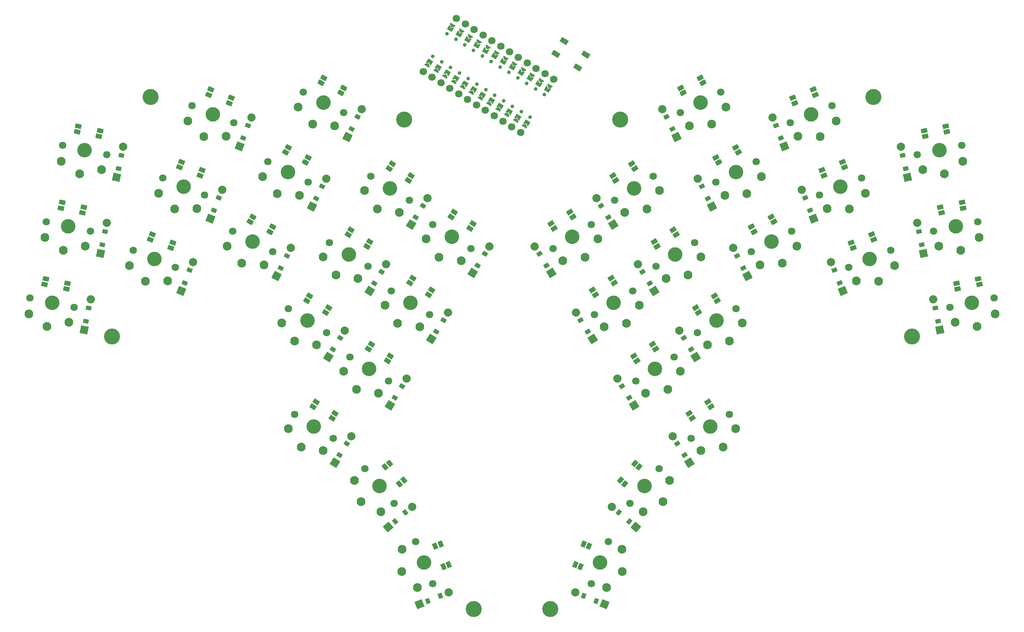
<source format=gbr>
%TF.GenerationSoftware,KiCad,Pcbnew,7.0.9*%
%TF.CreationDate,2023-11-27T23:54:22-05:00*%
%TF.ProjectId,main_r2,6d61696e-5f72-4322-9e6b-696361645f70,0.1*%
%TF.SameCoordinates,Original*%
%TF.FileFunction,Soldermask,Bot*%
%TF.FilePolarity,Negative*%
%FSLAX46Y46*%
G04 Gerber Fmt 4.6, Leading zero omitted, Abs format (unit mm)*
G04 Created by KiCad (PCBNEW 7.0.9) date 2023-11-27 23:54:22*
%MOMM*%
%LPD*%
G01*
G04 APERTURE LIST*
G04 Aperture macros list*
%AMRoundRect*
0 Rectangle with rounded corners*
0 $1 Rounding radius*
0 $2 $3 $4 $5 $6 $7 $8 $9 X,Y pos of 4 corners*
0 Add a 4 corners polygon primitive as box body*
4,1,4,$2,$3,$4,$5,$6,$7,$8,$9,$2,$3,0*
0 Add four circle primitives for the rounded corners*
1,1,$1+$1,$2,$3*
1,1,$1+$1,$4,$5*
1,1,$1+$1,$6,$7*
1,1,$1+$1,$8,$9*
0 Add four rect primitives between the rounded corners*
20,1,$1+$1,$2,$3,$4,$5,0*
20,1,$1+$1,$4,$5,$6,$7,0*
20,1,$1+$1,$6,$7,$8,$9,0*
20,1,$1+$1,$8,$9,$2,$3,0*%
%AMFreePoly0*
4,1,16,-0.214644,0.660355,-0.210957,0.656235,0.289043,0.031235,0.299694,-0.005522,0.289043,-0.031235,-0.210957,-0.656235,-0.244478,-0.674693,-0.250000,-0.675001,-0.500000,-0.675000,-0.535355,-0.660355,-0.550000,-0.625000,-0.550000,0.625000,-0.535355,0.660355,-0.500000,0.675000,-0.250000,0.675000,-0.214644,0.660355,-0.214644,0.660355,$1*%
%AMFreePoly1*
4,1,16,0.535355,0.660355,0.550000,0.625000,0.550000,-0.625000,0.535355,-0.660355,0.500000,-0.675000,-0.650000,-0.675000,-0.685355,-0.660355,-0.700000,-0.625000,-0.689043,-0.593765,-0.214031,0.000000,-0.689043,0.593765,-0.699693,0.630522,-0.681235,0.664043,-0.650000,0.675000,0.500000,0.675000,0.535355,0.660355,0.535355,0.660355,$1*%
G04 Aperture macros list end*
%ADD10C,3.529000*%
%ADD11C,1.801800*%
%ADD12C,2.132000*%
%ADD13C,1.800000*%
%ADD14C,0.900000*%
%ADD15FreePoly0,58.000000*%
%ADD16FreePoly1,58.000000*%
%ADD17FreePoly1,238.000000*%
%ADD18FreePoly0,238.000000*%
%ADD19RoundRect,0.050000X0.493328X-0.564913X0.680449X0.315419X-0.493328X0.564913X-0.680449X-0.315419X0*%
%ADD20RoundRect,0.050000X0.684740X-1.054407X1.054407X0.684740X-0.684740X1.054407X-1.054407X-0.684740X0*%
%ADD21C,2.005000*%
%ADD22RoundRect,0.050000X0.387737X-0.641997X0.724883X0.192469X-0.387737X0.641997X-0.724883X-0.192469X0*%
%ADD23RoundRect,0.050000X0.491241X-1.157292X1.157292X0.491241X-0.491241X1.157292X-1.157292X-0.491241X0*%
%ADD24RoundRect,0.050000X0.330308X-0.673347X0.738900X0.128559X-0.330308X0.673347X-0.738900X-0.128559X0*%
%ADD25RoundRect,0.050000X0.388507X-1.195702X1.195702X0.388507X-0.388507X1.195702X-1.195702X-0.388507X0*%
%ADD26RoundRect,0.050000X0.270365X-0.699573X0.747293X0.063670X-0.270365X0.699573X-0.747293X-0.063670X0*%
%ADD27RoundRect,0.050000X0.282817X-1.225013X1.225013X0.282817X-0.282817X1.225013X-1.225013X-0.282817X0*%
%ADD28RoundRect,0.050000X0.040953X-0.748881X0.730393X-0.170372X-0.040953X0.748881X-0.730393X0.170372X0*%
%ADD29RoundRect,0.050000X-0.109575X-1.252452X1.252452X-0.109575X0.109575X1.252452X-1.252452X0.109575X0*%
%ADD30RoundRect,0.050000X-0.192469X-0.724883X0.641997X-0.387737X0.192469X0.724883X-0.641997X0.387737X0*%
%ADD31RoundRect,0.050000X-0.491241X-1.157292X1.157292X-0.491241X0.491241X1.157292X-1.157292X0.491241X0*%
%ADD32RoundRect,0.050000X0.680449X-0.315419X0.493328X0.564913X-0.680449X0.315419X-0.493328X-0.564913X0*%
%ADD33RoundRect,0.050000X1.054407X-0.684740X0.684740X1.054407X-1.054407X0.684740X-0.684740X-1.054407X0*%
%ADD34RoundRect,0.050000X0.724883X-0.192469X0.387737X0.641997X-0.724883X0.192469X-0.387737X-0.641997X0*%
%ADD35RoundRect,0.050000X1.157292X-0.491241X0.491241X1.157292X-1.157292X0.491241X-0.491241X-1.157292X0*%
%ADD36RoundRect,0.050000X0.738900X-0.128559X0.330308X0.673347X-0.738900X0.128559X-0.330308X-0.673347X0*%
%ADD37RoundRect,0.050000X1.195702X-0.388507X0.388507X1.195702X-1.195702X0.388507X-0.388507X-1.195702X0*%
%ADD38RoundRect,0.050000X0.747293X-0.063670X0.270365X0.699573X-0.747293X0.063670X-0.270365X-0.699573X0*%
%ADD39RoundRect,0.050000X1.225013X-0.282817X0.282817X1.225013X-1.225013X0.282817X-0.282817X-1.225013X0*%
%ADD40RoundRect,0.050000X0.730393X0.170372X0.040953X0.748881X-0.730393X-0.170372X-0.040953X-0.748881X0*%
%ADD41RoundRect,0.050000X1.252452X0.109575X-0.109575X1.252452X-1.252452X-0.109575X0.109575X-1.252452X0*%
%ADD42RoundRect,0.050000X0.641997X0.387737X-0.192469X0.724883X-0.641997X-0.387737X0.192469X-0.724883X0*%
%ADD43RoundRect,0.050000X1.157292X0.491241X-0.491241X1.157292X-1.157292X-0.491241X0.491241X-1.157292X0*%
%ADD44RoundRect,0.050000X-1.054699X0.010501X0.471788X-0.943354X1.054699X-0.010501X-0.471788X0.943354X0*%
%ADD45RoundRect,0.050000X-0.788659X-0.343536X0.580747X-0.634612X0.788659X0.343536X-0.580747X0.634612X0*%
%ADD46RoundRect,0.050000X-0.836332X-0.201367X0.461725X-0.725817X0.836332X0.201367X-0.461725X0.725817X0*%
%ADD47RoundRect,0.050000X-0.850700X-0.127710X0.396709X-0.763297X0.850700X0.127710X-0.396709X0.763297X0*%
%ADD48RoundRect,0.050000X-0.858593X-0.053081X0.328674X-0.794968X0.858593X0.053081X-0.328674X0.794968X0*%
%ADD49RoundRect,0.050000X-0.832974X0.214837X0.066929X-0.857625X0.832974X-0.214837X-0.066929X0.857625X0*%
%ADD50RoundRect,0.050000X-0.725817X0.461725X-0.201367X-0.836332X0.725817X-0.461725X0.201367X0.836332X0*%
%ADD51RoundRect,0.050000X-0.580747X-0.634612X0.788659X-0.343536X0.580747X0.634612X-0.788659X0.343536X0*%
%ADD52RoundRect,0.050000X-0.461725X-0.725817X0.836332X-0.201367X0.461725X0.725817X-0.836332X0.201367X0*%
%ADD53RoundRect,0.050000X-0.396709X-0.763297X0.850700X-0.127710X0.396709X0.763297X-0.850700X0.127710X0*%
%ADD54RoundRect,0.050000X-0.328674X-0.794968X0.858593X-0.053081X0.328674X0.794968X-0.858593X0.053081X0*%
%ADD55RoundRect,0.050000X-0.066929X-0.857625X0.832974X0.214837X0.066929X0.857625X-0.832974X-0.214837X0*%
%ADD56RoundRect,0.050000X0.201367X-0.836332X0.725817X0.461725X-0.201367X0.836332X-0.725817X-0.461725X0*%
%ADD57C,3.900000*%
G04 APERTURE END LIST*
D10*
%TO.C,S33*%
X159998333Y-153321934D03*
D11*
X155334068Y-156236490D03*
X164662598Y-150407378D03*
D12*
X157771786Y-159194113D03*
X163124857Y-158325418D03*
X166252267Y-153894920D03*
X163124857Y-158325418D03*
%TD*%
D13*
%TO.C,MCU1*%
X123778479Y-113144431D03*
X131854449Y-100220178D03*
D14*
X126087868Y-109448637D03*
X129545061Y-103915971D03*
D15*
X124901908Y-111346569D03*
D16*
X125286100Y-110731734D03*
D17*
X130346829Y-102632875D03*
D18*
X130731020Y-102018040D03*
D13*
X125932522Y-114490426D03*
X134008491Y-101566173D03*
D14*
X128241910Y-110794632D03*
X131699103Y-105261966D03*
D15*
X127055950Y-112692564D03*
D16*
X127440142Y-112077729D03*
D17*
X132500871Y-103978870D03*
D18*
X132885062Y-103364035D03*
D13*
X128086564Y-115836421D03*
X136162533Y-102912168D03*
D14*
X130395952Y-112140627D03*
X133853145Y-106607961D03*
D15*
X129209993Y-114038559D03*
D16*
X129594184Y-113423724D03*
D17*
X134654913Y-105324865D03*
D18*
X135039104Y-104710030D03*
D13*
X130240606Y-117182416D03*
X138316575Y-104258163D03*
D14*
X132549994Y-113486622D03*
X136007187Y-107953956D03*
D15*
X131364035Y-115384554D03*
D16*
X131748226Y-114769719D03*
D17*
X136808955Y-106670859D03*
D18*
X137193147Y-106056025D03*
D13*
X132394648Y-118528411D03*
X140470618Y-105604158D03*
D14*
X134704036Y-114832617D03*
X138161229Y-109299951D03*
D15*
X133518077Y-116730549D03*
D16*
X133902268Y-116115714D03*
D17*
X138962997Y-108016854D03*
D18*
X139347189Y-107402020D03*
D13*
X134548690Y-119874405D03*
X142624660Y-106950153D03*
D14*
X136858078Y-116178612D03*
X140315272Y-110645946D03*
D15*
X135672119Y-118076544D03*
D16*
X136056311Y-117461709D03*
D17*
X141117039Y-109362849D03*
D18*
X141501231Y-108748014D03*
D13*
X136702732Y-121220400D03*
X144778702Y-108296147D03*
D14*
X139012121Y-117524607D03*
X142469314Y-111991941D03*
D15*
X137826161Y-119422538D03*
D16*
X138210353Y-118807704D03*
D17*
X143271082Y-110708844D03*
D18*
X143655273Y-110094009D03*
D13*
X138856775Y-122566395D03*
X146932744Y-109642142D03*
D14*
X141166163Y-118870602D03*
X144623356Y-113337936D03*
D15*
X139980203Y-120768533D03*
D16*
X140364395Y-120153699D03*
D17*
X145425124Y-112054839D03*
D18*
X145809315Y-111440004D03*
D13*
X141010817Y-123912390D03*
X149086786Y-110988137D03*
D14*
X143320205Y-120216597D03*
X146777398Y-114683931D03*
D15*
X142134246Y-122114528D03*
D16*
X142518437Y-121499693D03*
D17*
X147579166Y-113400834D03*
D18*
X147963357Y-112785999D03*
D13*
X143164859Y-125258385D03*
X151240828Y-112334132D03*
D14*
X145474247Y-121562592D03*
X148931440Y-116029926D03*
D15*
X144288288Y-123460523D03*
D16*
X144672479Y-122845688D03*
D17*
X149733208Y-114746829D03*
D18*
X150117400Y-114131994D03*
D13*
X145318901Y-126604380D03*
X153394871Y-113680127D03*
D14*
X147628289Y-122908587D03*
X151085482Y-117375921D03*
D15*
X146442330Y-124806518D03*
D16*
X146826521Y-124191683D03*
D17*
X151887250Y-116092824D03*
D18*
X152271442Y-115477989D03*
D13*
X147472943Y-127950375D03*
X155548913Y-115026122D03*
D14*
X149782331Y-124254581D03*
X153239525Y-118721916D03*
D15*
X148596372Y-126152513D03*
D16*
X148980563Y-125537678D03*
D17*
X154041292Y-117438819D03*
D18*
X154425484Y-116823984D03*
%TD*%
D10*
%TO.C,S1*%
X33422064Y-169430720D03*
D11*
X28042252Y-168287206D03*
X38801876Y-170574234D03*
D12*
X27741262Y-172108122D03*
X32195385Y-175201791D03*
X37522738Y-174187239D03*
X32195385Y-175201791D03*
%TD*%
D10*
%TO.C,S2*%
X37372387Y-150845913D03*
D11*
X31992575Y-149702399D03*
X42752199Y-151989427D03*
D12*
X31691585Y-153523315D03*
X36145708Y-156616984D03*
X41473061Y-155602432D03*
X36145708Y-156616984D03*
%TD*%
D10*
%TO.C,S3*%
X41322710Y-132261109D03*
D11*
X35942898Y-131117595D03*
X46702522Y-133404623D03*
D12*
X35641908Y-134938511D03*
X40096031Y-138032180D03*
X45423384Y-137017628D03*
X40096031Y-138032180D03*
%TD*%
D10*
%TO.C,S4*%
X58304918Y-158743033D03*
D11*
X53205407Y-156682697D03*
X63404429Y-160803369D03*
D12*
X52245494Y-160393299D03*
X56094739Y-164213418D03*
X61517332Y-164139365D03*
X56094739Y-164213418D03*
%TD*%
D10*
%TO.C,S5*%
X65422442Y-141126541D03*
D11*
X60322931Y-139066205D03*
X70521953Y-143186877D03*
D12*
X59363018Y-142776807D03*
X63212263Y-146596926D03*
X68634856Y-146522873D03*
X63212263Y-146596926D03*
%TD*%
D10*
%TO.C,S6*%
X72539969Y-123510048D03*
D11*
X67440458Y-121449712D03*
X77639480Y-125570384D03*
D12*
X66480545Y-125160314D03*
X70329790Y-128980433D03*
X75752383Y-128906380D03*
X70329790Y-128980433D03*
%TD*%
D10*
%TO.C,S7*%
X82240070Y-154519961D03*
D11*
X77339534Y-152023013D03*
X87140606Y-157016909D03*
D12*
X76059873Y-155635833D03*
X79561526Y-159776899D03*
X84969939Y-160175738D03*
X79561526Y-159776899D03*
%TD*%
D10*
%TO.C,S8*%
X90865892Y-137590837D03*
D11*
X85965356Y-135093889D03*
X95766428Y-140087785D03*
D12*
X84685695Y-138706709D03*
X88187348Y-142847775D03*
X93595761Y-143246614D03*
X88187348Y-142847775D03*
%TD*%
D10*
%TO.C,S9*%
X99491710Y-120661712D03*
D11*
X94591174Y-118164764D03*
X104392246Y-123158660D03*
D12*
X93311513Y-121777584D03*
X96813166Y-125918650D03*
X102221579Y-126317489D03*
X96813166Y-125918650D03*
%TD*%
D10*
%TO.C,S10*%
X95556433Y-173783198D03*
D11*
X90892168Y-170868642D03*
X100220698Y-176697754D03*
D12*
X89302499Y-174356184D03*
X92429909Y-178786682D03*
X97782980Y-179655377D03*
X92429909Y-178786682D03*
%TD*%
D10*
%TO.C,S11*%
X105624899Y-157670286D03*
D11*
X100960634Y-154755730D03*
X110289164Y-160584842D03*
D12*
X99370965Y-158243272D03*
X102498375Y-162673770D03*
X107851446Y-163542465D03*
X102498375Y-162673770D03*
%TD*%
D10*
%TO.C,S12*%
X115693366Y-141557374D03*
D11*
X111029101Y-138642818D03*
X120357631Y-144471930D03*
D12*
X109439432Y-142130360D03*
X112566842Y-146560858D03*
X117919913Y-147429553D03*
X112566842Y-146560858D03*
%TD*%
D10*
%TO.C,S13*%
X110609510Y-185547762D03*
D11*
X105945245Y-182633206D03*
X115273775Y-188462318D03*
D12*
X104355576Y-186120748D03*
X107482986Y-190551246D03*
X112836057Y-191419941D03*
X107482986Y-190551246D03*
%TD*%
D10*
%TO.C,S14*%
X120677976Y-169434849D03*
D11*
X116013711Y-166520293D03*
X125342241Y-172349405D03*
D12*
X114424042Y-170007835D03*
X117551452Y-174438333D03*
X122904523Y-175307028D03*
X117551452Y-174438333D03*
%TD*%
D10*
%TO.C,S15*%
X130746442Y-153321934D03*
D11*
X126082177Y-150407378D03*
X135410707Y-156236490D03*
D12*
X124492508Y-153894920D03*
X127619918Y-158325418D03*
X132972989Y-159194113D03*
X127619918Y-158325418D03*
%TD*%
D10*
%TO.C,S16*%
X97148852Y-199541000D03*
D11*
X92484587Y-196626444D03*
X101813117Y-202455556D03*
D12*
X90894918Y-200113986D03*
X94022328Y-204544484D03*
X99375399Y-205413179D03*
X94022328Y-204544484D03*
%TD*%
D10*
%TO.C,S17*%
X113129027Y-214054188D03*
D11*
X109593695Y-209840944D03*
X116664359Y-218267432D03*
D12*
X107004120Y-212666559D03*
X108609365Y-217846635D03*
X113431996Y-220327003D03*
X108609365Y-217846635D03*
%TD*%
D10*
%TO.C,S18*%
X123976344Y-232714625D03*
D11*
X121916008Y-227615114D03*
X126036680Y-237814136D03*
D12*
X118580012Y-229502211D03*
X118505959Y-234924804D03*
X122326078Y-238774049D03*
X118505959Y-234924804D03*
%TD*%
D10*
%TO.C,S19*%
X257322707Y-169430719D03*
D11*
X251942895Y-170574233D03*
X262702519Y-168287205D03*
D12*
X253222033Y-174187238D03*
X258549386Y-175201790D03*
X263003509Y-172108121D03*
X258549386Y-175201790D03*
%TD*%
D10*
%TO.C,S20*%
X253372387Y-150845913D03*
D11*
X247992575Y-151989427D03*
X258752199Y-149702399D03*
D12*
X249271713Y-155602432D03*
X254599066Y-156616984D03*
X259053189Y-153523315D03*
X254599066Y-156616984D03*
%TD*%
D10*
%TO.C,S21*%
X249422066Y-132261107D03*
D11*
X244042254Y-133404621D03*
X254801878Y-131117593D03*
D12*
X245321392Y-137017626D03*
X250648745Y-138032178D03*
X255102868Y-134938509D03*
X250648745Y-138032178D03*
%TD*%
D10*
%TO.C,S22*%
X232439856Y-158743032D03*
D11*
X227340345Y-160803368D03*
X237539367Y-156682696D03*
D12*
X229227442Y-164139364D03*
X234650035Y-164213417D03*
X238499280Y-160393298D03*
X234650035Y-164213417D03*
%TD*%
D10*
%TO.C,S23*%
X225322331Y-141126540D03*
D11*
X220222820Y-143186876D03*
X230421842Y-139066204D03*
D12*
X222109917Y-146522872D03*
X227532510Y-146596925D03*
X231381755Y-142776806D03*
X227532510Y-146596925D03*
%TD*%
D10*
%TO.C,S24*%
X218204805Y-123510046D03*
D11*
X213105294Y-125570382D03*
X223304316Y-121449710D03*
D12*
X214992391Y-128906378D03*
X220414984Y-128980431D03*
X224264229Y-125160312D03*
X220414984Y-128980431D03*
%TD*%
D10*
%TO.C,S25*%
X208504705Y-154519959D03*
D11*
X203604169Y-157016907D03*
X213405241Y-152023011D03*
D12*
X205774836Y-160175736D03*
X211183249Y-159776897D03*
X214684902Y-155635831D03*
X211183249Y-159776897D03*
%TD*%
D10*
%TO.C,S26*%
X199878886Y-137590837D03*
D11*
X194978350Y-140087785D03*
X204779422Y-135093889D03*
D12*
X197149017Y-143246614D03*
X202557430Y-142847775D03*
X206059083Y-138706709D03*
X202557430Y-142847775D03*
%TD*%
D10*
%TO.C,S27*%
X191253065Y-120661713D03*
D11*
X186352529Y-123158661D03*
X196153601Y-118164765D03*
D12*
X188523196Y-126317490D03*
X193931609Y-125918651D03*
X197433262Y-121777585D03*
X193931609Y-125918651D03*
%TD*%
D10*
%TO.C,S28*%
X195188341Y-173783201D03*
D11*
X190524076Y-176697757D03*
X199852606Y-170868645D03*
D12*
X192961794Y-179655380D03*
X198314865Y-178786685D03*
X201442275Y-174356187D03*
X198314865Y-178786685D03*
%TD*%
D10*
%TO.C,S29*%
X185119873Y-157670285D03*
D11*
X180455608Y-160584841D03*
X189784138Y-154755729D03*
D12*
X182893326Y-163542464D03*
X188246397Y-162673769D03*
X191373807Y-158243271D03*
X188246397Y-162673769D03*
%TD*%
D10*
%TO.C,S30*%
X175051408Y-141557373D03*
D11*
X170387143Y-144471929D03*
X179715673Y-138642817D03*
D12*
X172824861Y-147429552D03*
X178177932Y-146560857D03*
X181305342Y-142130359D03*
X178177932Y-146560857D03*
%TD*%
D10*
%TO.C,S31*%
X180135266Y-185547764D03*
D11*
X175471001Y-188462320D03*
X184799531Y-182633208D03*
D12*
X177908719Y-191419943D03*
X183261790Y-190551248D03*
X186389200Y-186120750D03*
X183261790Y-190551248D03*
%TD*%
D10*
%TO.C,S32*%
X170066797Y-169434849D03*
D11*
X165402532Y-172349405D03*
X174731062Y-166520293D03*
D12*
X167840250Y-175307028D03*
X173193321Y-174438333D03*
X176320731Y-170007835D03*
X173193321Y-174438333D03*
%TD*%
D10*
%TO.C,S34*%
X193595924Y-199541000D03*
D11*
X188931659Y-202455556D03*
X198260189Y-196626444D03*
D12*
X191369377Y-205413179D03*
X196722448Y-204544484D03*
X199849858Y-200113986D03*
X196722448Y-204544484D03*
%TD*%
D10*
%TO.C,S35*%
X177615748Y-214054186D03*
D11*
X174080416Y-218267430D03*
X181151080Y-209840942D03*
D12*
X177312779Y-220327001D03*
X182135410Y-217846633D03*
X183740655Y-212666557D03*
X182135410Y-217846633D03*
%TD*%
D10*
%TO.C,S36*%
X166768431Y-232714624D03*
D11*
X164708095Y-237814135D03*
X168828767Y-227615113D03*
D12*
X168418697Y-238774048D03*
X172238816Y-234924803D03*
X172164763Y-229502210D03*
X172238816Y-234924803D03*
%TD*%
D19*
%TO.C,D1*%
X42360535Y-170666125D03*
X41674427Y-173894013D03*
D20*
X41225337Y-176006811D03*
D21*
X42809625Y-168553327D03*
%TD*%
D19*
%TO.C,D2*%
X46310859Y-152081322D03*
X45624751Y-155309210D03*
D20*
X45175661Y-157422008D03*
D21*
X46759949Y-149968524D03*
%TD*%
D19*
%TO.C,D3*%
X50261180Y-133496521D03*
X49575072Y-136724409D03*
D20*
X49125982Y-138837207D03*
D21*
X50710270Y-131383723D03*
%TD*%
D22*
%TO.C,D4*%
X66893067Y-161511824D03*
X65656865Y-164571530D03*
D23*
X64847715Y-166574247D03*
D21*
X67702217Y-159509107D03*
%TD*%
D22*
%TO.C,D5*%
X74010591Y-143895331D03*
X72774389Y-146955037D03*
D23*
X71965239Y-148957754D03*
D21*
X74819741Y-141892614D03*
%TD*%
D22*
%TO.C,D6*%
X81128117Y-126278837D03*
X79891915Y-129338543D03*
D23*
X79082765Y-131341260D03*
D21*
X81937267Y-124276120D03*
%TD*%
D24*
%TO.C,D7*%
X90554221Y-158026721D03*
X89056053Y-160967043D03*
D25*
X88075433Y-162891617D03*
D21*
X91534841Y-156102147D03*
%TD*%
D24*
%TO.C,D8*%
X99180042Y-141097595D03*
X97681874Y-144037917D03*
D25*
X96701254Y-145962491D03*
D21*
X100160662Y-139173021D03*
%TD*%
D24*
%TO.C,D9*%
X107805859Y-124168472D03*
X106307691Y-127108794D03*
D25*
X105327071Y-129033368D03*
D21*
X108786479Y-122243898D03*
%TD*%
D26*
%TO.C,D10*%
X103533313Y-178001242D03*
X101784579Y-180799800D03*
D27*
X100639954Y-182631584D03*
D21*
X104677938Y-176169458D03*
%TD*%
D26*
%TO.C,D11*%
X113601781Y-161888329D03*
X111853047Y-164686887D03*
D27*
X110708422Y-166518671D03*
D21*
X114746406Y-160056545D03*
%TD*%
D26*
%TO.C,D12*%
X123670250Y-145775416D03*
X121921516Y-148573974D03*
D27*
X120776891Y-150405758D03*
D21*
X124814875Y-143943632D03*
%TD*%
D26*
%TO.C,D13*%
X118586392Y-189765806D03*
X116837658Y-192564364D03*
D27*
X115693033Y-194396148D03*
D21*
X119731017Y-187934022D03*
%TD*%
D26*
%TO.C,D14*%
X128654857Y-173652892D03*
X126906123Y-176451450D03*
D27*
X125761498Y-178283234D03*
D21*
X129799482Y-171821108D03*
%TD*%
D26*
%TO.C,D15*%
X138723321Y-157539977D03*
X136974587Y-160338535D03*
D27*
X135829962Y-162170319D03*
D21*
X139867946Y-155708193D03*
%TD*%
D26*
%TO.C,D16*%
X105125734Y-203759042D03*
X103377000Y-206557600D03*
D27*
X102232375Y-208389384D03*
D21*
X106270359Y-201927258D03*
%TD*%
D28*
%TO.C,D17*%
X119412044Y-220530774D03*
X116884098Y-222651974D03*
D29*
X115229442Y-224040395D03*
D21*
X121066700Y-219142353D03*
%TD*%
D30*
%TO.C,D18*%
X127950473Y-240815786D03*
X124890767Y-242051988D03*
D31*
X122888050Y-242861138D03*
D21*
X129953190Y-240006636D03*
%TD*%
D32*
%TO.C,D19*%
X248384239Y-170666127D03*
X249070347Y-173894015D03*
D33*
X249519437Y-176006813D03*
D21*
X247935149Y-168553329D03*
%TD*%
D32*
%TO.C,D20*%
X244433915Y-152081322D03*
X245120023Y-155309210D03*
D33*
X245569113Y-157422008D03*
D21*
X243984825Y-149968524D03*
%TD*%
D32*
%TO.C,D21*%
X240483595Y-133496518D03*
X241169703Y-136724406D03*
D33*
X241618793Y-138837204D03*
D21*
X240034505Y-131383720D03*
%TD*%
D34*
%TO.C,D22*%
X223851707Y-161511824D03*
X225087909Y-164571530D03*
D35*
X225897059Y-166574247D03*
D21*
X223042557Y-159509107D03*
%TD*%
D34*
%TO.C,D23*%
X216734183Y-143895332D03*
X217970385Y-146955038D03*
D35*
X218779535Y-148957755D03*
D21*
X215925033Y-141892615D03*
%TD*%
D34*
%TO.C,D24*%
X209616657Y-126278836D03*
X210852859Y-129338542D03*
D35*
X211662009Y-131341259D03*
D21*
X208807507Y-124276119D03*
%TD*%
D36*
%TO.C,D25*%
X200190552Y-158026719D03*
X201688720Y-160967041D03*
D37*
X202669340Y-162891615D03*
D21*
X199209932Y-156102145D03*
%TD*%
D36*
%TO.C,D26*%
X191564730Y-141097595D03*
X193062898Y-144037917D03*
D37*
X194043518Y-145962491D03*
D21*
X190584110Y-139173021D03*
%TD*%
D36*
%TO.C,D27*%
X182938913Y-124168473D03*
X184437081Y-127108795D03*
D37*
X185417701Y-129033369D03*
D21*
X181958293Y-122243899D03*
%TD*%
D38*
%TO.C,D28*%
X187211459Y-178001244D03*
X188960193Y-180799802D03*
D39*
X190104818Y-182631586D03*
D21*
X186066834Y-176169460D03*
%TD*%
D38*
%TO.C,D29*%
X177142993Y-161888330D03*
X178891727Y-164686888D03*
D39*
X180036352Y-166518672D03*
D21*
X175998368Y-160056546D03*
%TD*%
D38*
%TO.C,D30*%
X167074527Y-145775415D03*
X168823261Y-148573973D03*
D39*
X169967886Y-150405757D03*
D21*
X165929902Y-143943631D03*
%TD*%
D38*
%TO.C,D31*%
X172158385Y-189765804D03*
X173907119Y-192564362D03*
D39*
X175051744Y-194396146D03*
D21*
X171013760Y-187934020D03*
%TD*%
D38*
%TO.C,D32*%
X162089918Y-173652893D03*
X163838652Y-176451451D03*
D39*
X164983277Y-178283235D03*
D21*
X160945293Y-171821109D03*
%TD*%
D38*
%TO.C,D33*%
X152021452Y-157539979D03*
X153770186Y-160338537D03*
D39*
X154914811Y-162170321D03*
D21*
X150876827Y-155708195D03*
%TD*%
D38*
%TO.C,D34*%
X185619041Y-203759044D03*
X187367775Y-206557602D03*
D39*
X188512400Y-208389386D03*
D21*
X184474416Y-201927260D03*
%TD*%
D40*
%TO.C,D35*%
X171332732Y-220530772D03*
X173860678Y-222651972D03*
D41*
X175515334Y-224040393D03*
D21*
X169678076Y-219142351D03*
%TD*%
D42*
%TO.C,D36*%
X162794302Y-240815785D03*
X165854008Y-242051987D03*
D43*
X167856725Y-242861137D03*
D21*
X160791585Y-240006635D03*
%TD*%
D44*
%TO.C,B2*%
X158031611Y-105693667D03*
X163289509Y-108979167D03*
X156070909Y-108831445D03*
X161328807Y-112116945D03*
%TD*%
D45*
%TO.C,LED1*%
X37185787Y-164710082D03*
X36894710Y-166079489D03*
X31903790Y-163587359D03*
X31612713Y-164956766D03*
%TD*%
%TO.C,LED2*%
X41136108Y-146125278D03*
X40845031Y-147494685D03*
X35854111Y-145002555D03*
X35563034Y-146371962D03*
%TD*%
%TO.C,LED3*%
X45086431Y-127540475D03*
X44795354Y-128909882D03*
X39804434Y-126417752D03*
X39513357Y-127787159D03*
%TD*%
D46*
%TO.C,LED4*%
X62831193Y-154747678D03*
X62306744Y-156045736D03*
X57824400Y-152724802D03*
X57299951Y-154022860D03*
%TD*%
%TO.C,LED5*%
X69948715Y-137131185D03*
X69424266Y-138429243D03*
X64941922Y-135108309D03*
X64417473Y-136406367D03*
%TD*%
%TO.C,LED6*%
X77066240Y-119514691D03*
X76541791Y-120812749D03*
X72059447Y-117491815D03*
X71534998Y-118789873D03*
%TD*%
D47*
%TO.C,LED7*%
X87097337Y-150934301D03*
X86461750Y-152181710D03*
X82285902Y-148482752D03*
X81650315Y-149730161D03*
%TD*%
%TO.C,LED8*%
X95723155Y-134005176D03*
X95087568Y-135252585D03*
X90911720Y-131553627D03*
X90276133Y-132801036D03*
%TD*%
%TO.C,LED9*%
X104348977Y-117076051D03*
X103713390Y-118323460D03*
X99537542Y-114624502D03*
X98901955Y-115871911D03*
%TD*%
D48*
%TO.C,LED10*%
X100707727Y-170634522D03*
X99965840Y-171821790D03*
X96128268Y-167772958D03*
X95386381Y-168960226D03*
%TD*%
%TO.C,LED11*%
X110776195Y-154521609D03*
X110034308Y-155708877D03*
X106196736Y-151660045D03*
X105454849Y-152847313D03*
%TD*%
%TO.C,LED12*%
X120844661Y-138408696D03*
X120102774Y-139595964D03*
X116265202Y-135547132D03*
X115523315Y-136734400D03*
%TD*%
%TO.C,LED13*%
X115760802Y-182399087D03*
X115018915Y-183586355D03*
X111181343Y-179537523D03*
X110439456Y-180724791D03*
%TD*%
%TO.C,LED14*%
X125829267Y-166286172D03*
X125087380Y-167473440D03*
X121249808Y-163424608D03*
X120507921Y-164611876D03*
%TD*%
%TO.C,LED15*%
X135897735Y-150173257D03*
X135155848Y-151360525D03*
X131318276Y-147311693D03*
X130576389Y-148498961D03*
%TD*%
%TO.C,LED16*%
X102300144Y-196392318D03*
X101558257Y-197579586D03*
X97720685Y-193530754D03*
X96978798Y-194718022D03*
%TD*%
D49*
%TO.C,LED17*%
X119001193Y-212651455D03*
X117928730Y-213551357D03*
X115530140Y-208514815D03*
X114457677Y-209414717D03*
%TD*%
D50*
%TO.C,LED18*%
X129994578Y-233195146D03*
X128696520Y-233719595D03*
X127971702Y-228188353D03*
X126673644Y-228712802D03*
%TD*%
D51*
%TO.C,LED19*%
X258840984Y-163587361D03*
X259132061Y-164956768D03*
X253558987Y-164710084D03*
X253850064Y-166079491D03*
%TD*%
%TO.C,LED20*%
X254890662Y-145002554D03*
X255181739Y-146371961D03*
X249608665Y-146125277D03*
X249899742Y-147494684D03*
%TD*%
%TO.C,LED21*%
X250940340Y-126417748D03*
X251231417Y-127787155D03*
X245658343Y-127540471D03*
X245949420Y-128909878D03*
%TD*%
D52*
%TO.C,LED22*%
X232920376Y-152724802D03*
X233444825Y-154022860D03*
X227913583Y-154747678D03*
X228438032Y-156045736D03*
%TD*%
%TO.C,LED23*%
X225802853Y-135108310D03*
X226327302Y-136406368D03*
X220796060Y-137131186D03*
X221320509Y-138429244D03*
%TD*%
%TO.C,LED24*%
X218685327Y-117491817D03*
X219209776Y-118789875D03*
X213678534Y-119514693D03*
X214202983Y-120812751D03*
%TD*%
D53*
%TO.C,LED25*%
X208458875Y-148482751D03*
X209094462Y-149730160D03*
X203647440Y-150934300D03*
X204283027Y-152181709D03*
%TD*%
%TO.C,LED26*%
X199833053Y-131553626D03*
X200468640Y-132801035D03*
X195021618Y-134005175D03*
X195657205Y-135252584D03*
%TD*%
%TO.C,LED27*%
X191207237Y-114624502D03*
X191842824Y-115871911D03*
X186395802Y-117076051D03*
X187031389Y-118323460D03*
%TD*%
D54*
%TO.C,LED28*%
X194616505Y-167772959D03*
X195358392Y-168960227D03*
X190037046Y-170634523D03*
X190778933Y-171821791D03*
%TD*%
%TO.C,LED29*%
X184548041Y-151660044D03*
X185289928Y-152847312D03*
X179968582Y-154521608D03*
X180710469Y-155708876D03*
%TD*%
%TO.C,LED30*%
X174479571Y-135547132D03*
X175221458Y-136734400D03*
X169900112Y-138408696D03*
X170641999Y-139595964D03*
%TD*%
%TO.C,LED31*%
X179563432Y-179537520D03*
X180305319Y-180724788D03*
X174983973Y-182399084D03*
X175725860Y-183586352D03*
%TD*%
%TO.C,LED32*%
X169494965Y-163424608D03*
X170236852Y-164611876D03*
X164915506Y-166286172D03*
X165657393Y-167473440D03*
%TD*%
%TO.C,LED33*%
X159426500Y-147311693D03*
X160168387Y-148498961D03*
X154847041Y-150173257D03*
X155588928Y-151360525D03*
%TD*%
%TO.C,LED34*%
X193024088Y-193530754D03*
X193765975Y-194718022D03*
X188444629Y-196392318D03*
X189186516Y-197579586D03*
%TD*%
D55*
%TO.C,LED35*%
X175214635Y-208514814D03*
X176287098Y-209414716D03*
X171743582Y-212651454D03*
X172816045Y-213551356D03*
%TD*%
D56*
%TO.C,LED36*%
X162773074Y-228188353D03*
X164071132Y-228712802D03*
X160750198Y-233195146D03*
X162048256Y-233719595D03*
%TD*%
D57*
%TO.C,H1*%
X57365216Y-119313599D03*
%TD*%
%TO.C,H2*%
X233379559Y-119313600D03*
%TD*%
%TO.C,H3*%
X119083784Y-124809089D03*
%TD*%
%TO.C,H4*%
X171660987Y-124809089D03*
%TD*%
%TO.C,H5*%
X48032866Y-177648045D03*
%TD*%
%TO.C,H6*%
X242711906Y-177648041D03*
%TD*%
%TO.C,H7*%
X136085730Y-244000136D03*
%TD*%
%TO.C,H8*%
X154659044Y-244000135D03*
%TD*%
M02*

</source>
